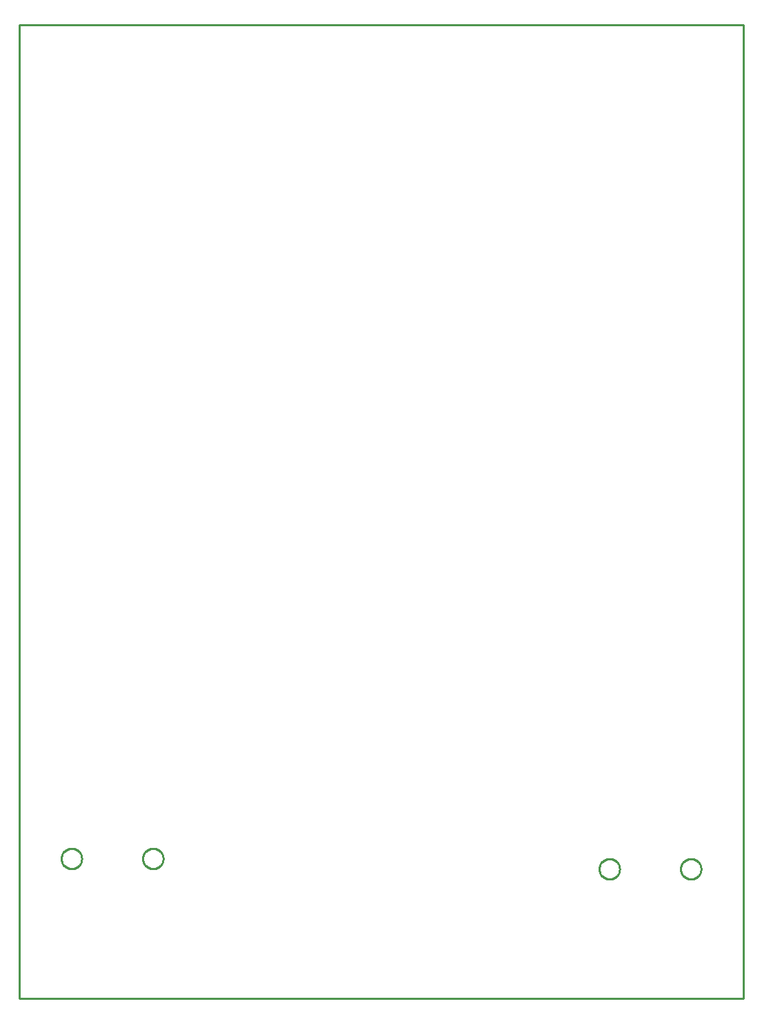
<source format=gbr>
G04 EAGLE Gerber RS-274X export*
G75*
%MOMM*%
%FSLAX34Y34*%
%LPD*%
%IN*%
%IPPOS*%
%AMOC8*
5,1,8,0,0,1.08239X$1,22.5*%
G01*
%ADD10C,0.254000*%


D10*
X0Y0D02*
X889000Y0D01*
X889000Y1193800D01*
X0Y1193800D01*
X0Y0D01*
X737200Y158409D02*
X737123Y157430D01*
X736969Y156460D01*
X736740Y155504D01*
X736436Y154570D01*
X736061Y153663D01*
X735615Y152788D01*
X735101Y151950D01*
X734524Y151155D01*
X733886Y150408D01*
X733192Y149714D01*
X732445Y149076D01*
X731650Y148499D01*
X730812Y147985D01*
X729937Y147539D01*
X729030Y147164D01*
X728096Y146860D01*
X727141Y146631D01*
X726170Y146477D01*
X725191Y146400D01*
X724209Y146400D01*
X723230Y146477D01*
X722260Y146631D01*
X721304Y146860D01*
X720370Y147164D01*
X719463Y147539D01*
X718588Y147985D01*
X717750Y148499D01*
X716955Y149076D01*
X716208Y149714D01*
X715514Y150408D01*
X714876Y151155D01*
X714299Y151950D01*
X713785Y152788D01*
X713339Y153663D01*
X712964Y154570D01*
X712660Y155504D01*
X712431Y156460D01*
X712277Y157430D01*
X712200Y158409D01*
X712200Y159391D01*
X712277Y160370D01*
X712431Y161341D01*
X712660Y162296D01*
X712964Y163230D01*
X713339Y164137D01*
X713785Y165012D01*
X714299Y165850D01*
X714876Y166645D01*
X715514Y167392D01*
X716208Y168086D01*
X716955Y168724D01*
X717750Y169301D01*
X718588Y169815D01*
X719463Y170261D01*
X720370Y170636D01*
X721304Y170940D01*
X722260Y171169D01*
X723230Y171323D01*
X724209Y171400D01*
X725191Y171400D01*
X726170Y171323D01*
X727141Y171169D01*
X728096Y170940D01*
X729030Y170636D01*
X729937Y170261D01*
X730812Y169815D01*
X731650Y169301D01*
X732445Y168724D01*
X733192Y168086D01*
X733886Y167392D01*
X734524Y166645D01*
X735101Y165850D01*
X735615Y165012D01*
X736061Y164137D01*
X736436Y163230D01*
X736740Y162296D01*
X736969Y161341D01*
X737123Y160370D01*
X737200Y159391D01*
X737200Y158409D01*
X837200Y158409D02*
X837123Y157430D01*
X836969Y156460D01*
X836740Y155504D01*
X836436Y154570D01*
X836061Y153663D01*
X835615Y152788D01*
X835101Y151950D01*
X834524Y151155D01*
X833886Y150408D01*
X833192Y149714D01*
X832445Y149076D01*
X831650Y148499D01*
X830812Y147985D01*
X829937Y147539D01*
X829030Y147164D01*
X828096Y146860D01*
X827141Y146631D01*
X826170Y146477D01*
X825191Y146400D01*
X824209Y146400D01*
X823230Y146477D01*
X822260Y146631D01*
X821304Y146860D01*
X820370Y147164D01*
X819463Y147539D01*
X818588Y147985D01*
X817750Y148499D01*
X816955Y149076D01*
X816208Y149714D01*
X815514Y150408D01*
X814876Y151155D01*
X814299Y151950D01*
X813785Y152788D01*
X813339Y153663D01*
X812964Y154570D01*
X812660Y155504D01*
X812431Y156460D01*
X812277Y157430D01*
X812200Y158409D01*
X812200Y159391D01*
X812277Y160370D01*
X812431Y161341D01*
X812660Y162296D01*
X812964Y163230D01*
X813339Y164137D01*
X813785Y165012D01*
X814299Y165850D01*
X814876Y166645D01*
X815514Y167392D01*
X816208Y168086D01*
X816955Y168724D01*
X817750Y169301D01*
X818588Y169815D01*
X819463Y170261D01*
X820370Y170636D01*
X821304Y170940D01*
X822260Y171169D01*
X823230Y171323D01*
X824209Y171400D01*
X825191Y171400D01*
X826170Y171323D01*
X827141Y171169D01*
X828096Y170940D01*
X829030Y170636D01*
X829937Y170261D01*
X830812Y169815D01*
X831650Y169301D01*
X832445Y168724D01*
X833192Y168086D01*
X833886Y167392D01*
X834524Y166645D01*
X835101Y165850D01*
X835615Y165012D01*
X836061Y164137D01*
X836436Y163230D01*
X836740Y162296D01*
X836969Y161341D01*
X837123Y160370D01*
X837200Y159391D01*
X837200Y158409D01*
X76800Y171109D02*
X76723Y170130D01*
X76569Y169160D01*
X76340Y168204D01*
X76036Y167270D01*
X75661Y166363D01*
X75215Y165488D01*
X74701Y164650D01*
X74124Y163855D01*
X73486Y163108D01*
X72792Y162414D01*
X72045Y161776D01*
X71250Y161199D01*
X70412Y160685D01*
X69537Y160239D01*
X68630Y159864D01*
X67696Y159560D01*
X66741Y159331D01*
X65770Y159177D01*
X64791Y159100D01*
X63809Y159100D01*
X62830Y159177D01*
X61860Y159331D01*
X60904Y159560D01*
X59970Y159864D01*
X59063Y160239D01*
X58188Y160685D01*
X57350Y161199D01*
X56555Y161776D01*
X55808Y162414D01*
X55114Y163108D01*
X54476Y163855D01*
X53899Y164650D01*
X53385Y165488D01*
X52939Y166363D01*
X52564Y167270D01*
X52260Y168204D01*
X52031Y169160D01*
X51877Y170130D01*
X51800Y171109D01*
X51800Y172091D01*
X51877Y173070D01*
X52031Y174041D01*
X52260Y174996D01*
X52564Y175930D01*
X52939Y176837D01*
X53385Y177712D01*
X53899Y178550D01*
X54476Y179345D01*
X55114Y180092D01*
X55808Y180786D01*
X56555Y181424D01*
X57350Y182001D01*
X58188Y182515D01*
X59063Y182961D01*
X59970Y183336D01*
X60904Y183640D01*
X61860Y183869D01*
X62830Y184023D01*
X63809Y184100D01*
X64791Y184100D01*
X65770Y184023D01*
X66741Y183869D01*
X67696Y183640D01*
X68630Y183336D01*
X69537Y182961D01*
X70412Y182515D01*
X71250Y182001D01*
X72045Y181424D01*
X72792Y180786D01*
X73486Y180092D01*
X74124Y179345D01*
X74701Y178550D01*
X75215Y177712D01*
X75661Y176837D01*
X76036Y175930D01*
X76340Y174996D01*
X76569Y174041D01*
X76723Y173070D01*
X76800Y172091D01*
X76800Y171109D01*
X176800Y171109D02*
X176723Y170130D01*
X176569Y169160D01*
X176340Y168204D01*
X176036Y167270D01*
X175661Y166363D01*
X175215Y165488D01*
X174701Y164650D01*
X174124Y163855D01*
X173486Y163108D01*
X172792Y162414D01*
X172045Y161776D01*
X171250Y161199D01*
X170412Y160685D01*
X169537Y160239D01*
X168630Y159864D01*
X167696Y159560D01*
X166741Y159331D01*
X165770Y159177D01*
X164791Y159100D01*
X163809Y159100D01*
X162830Y159177D01*
X161860Y159331D01*
X160904Y159560D01*
X159970Y159864D01*
X159063Y160239D01*
X158188Y160685D01*
X157350Y161199D01*
X156555Y161776D01*
X155808Y162414D01*
X155114Y163108D01*
X154476Y163855D01*
X153899Y164650D01*
X153385Y165488D01*
X152939Y166363D01*
X152564Y167270D01*
X152260Y168204D01*
X152031Y169160D01*
X151877Y170130D01*
X151800Y171109D01*
X151800Y172091D01*
X151877Y173070D01*
X152031Y174041D01*
X152260Y174996D01*
X152564Y175930D01*
X152939Y176837D01*
X153385Y177712D01*
X153899Y178550D01*
X154476Y179345D01*
X155114Y180092D01*
X155808Y180786D01*
X156555Y181424D01*
X157350Y182001D01*
X158188Y182515D01*
X159063Y182961D01*
X159970Y183336D01*
X160904Y183640D01*
X161860Y183869D01*
X162830Y184023D01*
X163809Y184100D01*
X164791Y184100D01*
X165770Y184023D01*
X166741Y183869D01*
X167696Y183640D01*
X168630Y183336D01*
X169537Y182961D01*
X170412Y182515D01*
X171250Y182001D01*
X172045Y181424D01*
X172792Y180786D01*
X173486Y180092D01*
X174124Y179345D01*
X174701Y178550D01*
X175215Y177712D01*
X175661Y176837D01*
X176036Y175930D01*
X176340Y174996D01*
X176569Y174041D01*
X176723Y173070D01*
X176800Y172091D01*
X176800Y171109D01*
M02*

</source>
